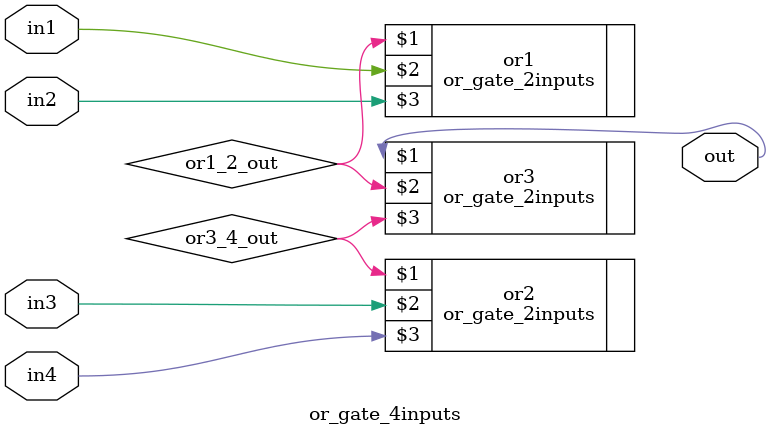
<source format=v>
module or_gate_4inputs(out,in1,in2,in3,in4);
output out;
input in1,in2,in3,in4;
wire or1_2_out,or3_4_out;
or_gate_2inputs or1(or1_2_out,in1,in2);
or_gate_2inputs or2(or3_4_out,in3,in4);
or_gate_2inputs or3(out,or1_2_out,or3_4_out);
endmodule
//21
</source>
